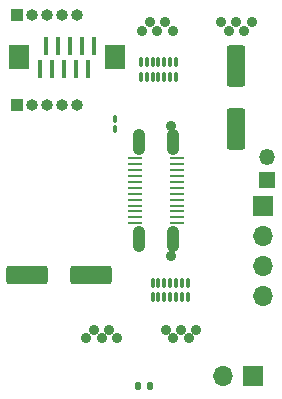
<source format=gbr>
%TF.GenerationSoftware,KiCad,Pcbnew,8.0.4*%
%TF.CreationDate,2024-08-19T21:40:42+03:00*%
%TF.ProjectId,Shield_Emergent_4,53686965-6c64-45f4-956d-657267656e74,rev?*%
%TF.SameCoordinates,Original*%
%TF.FileFunction,Soldermask,Top*%
%TF.FilePolarity,Negative*%
%FSLAX46Y46*%
G04 Gerber Fmt 4.6, Leading zero omitted, Abs format (unit mm)*
G04 Created by KiCad (PCBNEW 8.0.4) date 2024-08-19 21:40:42*
%MOMM*%
%LPD*%
G01*
G04 APERTURE LIST*
G04 Aperture macros list*
%AMRoundRect*
0 Rectangle with rounded corners*
0 $1 Rounding radius*
0 $2 $3 $4 $5 $6 $7 $8 $9 X,Y pos of 4 corners*
0 Add a 4 corners polygon primitive as box body*
4,1,4,$2,$3,$4,$5,$6,$7,$8,$9,$2,$3,0*
0 Add four circle primitives for the rounded corners*
1,1,$1+$1,$2,$3*
1,1,$1+$1,$4,$5*
1,1,$1+$1,$6,$7*
1,1,$1+$1,$8,$9*
0 Add four rect primitives between the rounded corners*
20,1,$1+$1,$2,$3,$4,$5,0*
20,1,$1+$1,$4,$5,$6,$7,0*
20,1,$1+$1,$6,$7,$8,$9,0*
20,1,$1+$1,$8,$9,$2,$3,0*%
G04 Aperture macros list end*
%ADD10R,1.000000X1.000000*%
%ADD11O,1.000000X1.000000*%
%ADD12RoundRect,0.075000X0.075000X-0.350000X0.075000X0.350000X-0.075000X0.350000X-0.075000X-0.350000X0*%
%ADD13C,0.900000*%
%ADD14R,1.300000X0.270000*%
%ADD15O,1.100000X2.220000*%
%ADD16R,1.800000X2.000000*%
%ADD17R,0.400000X1.524000*%
%ADD18RoundRect,0.075000X-0.075000X0.350000X-0.075000X-0.350000X0.075000X-0.350000X0.075000X0.350000X0*%
%ADD19R,1.700000X1.700000*%
%ADD20O,1.700000X1.700000*%
%ADD21RoundRect,0.100000X0.100000X-0.217500X0.100000X0.217500X-0.100000X0.217500X-0.100000X-0.217500X0*%
%ADD22RoundRect,0.250000X1.500000X0.550000X-1.500000X0.550000X-1.500000X-0.550000X1.500000X-0.550000X0*%
%ADD23RoundRect,0.135000X0.135000X0.185000X-0.135000X0.185000X-0.135000X-0.185000X0.135000X-0.185000X0*%
%ADD24RoundRect,0.250000X-0.550000X1.500000X-0.550000X-1.500000X0.550000X-1.500000X0.550000X1.500000X0*%
%ADD25R,1.350000X1.350000*%
%ADD26O,1.350000X1.350000*%
G04 APERTURE END LIST*
D10*
%TO.C,J4*%
X3400000Y-8600000D03*
D11*
X4670000Y-8600000D03*
X5940000Y-8600000D03*
X7210000Y-8600000D03*
X8480000Y-8600000D03*
%TD*%
D12*
%TO.C,U3*%
X13900000Y-6225000D03*
X14400000Y-6225000D03*
X14900000Y-6225000D03*
X15400000Y-6225000D03*
X15900000Y-6225000D03*
X16400000Y-6225000D03*
X16900000Y-6225000D03*
X16900000Y-4975000D03*
X16400000Y-4975000D03*
X15900000Y-4975000D03*
X15400000Y-4975000D03*
X14900000Y-4975000D03*
X14400000Y-4975000D03*
X13900000Y-4975000D03*
%TD*%
D13*
%TO.C,X1*%
X16500000Y-10400000D03*
X16500000Y-21400000D03*
D14*
X16950000Y-13150000D03*
X16950000Y-13650000D03*
X16950000Y-14150000D03*
X16950000Y-14650000D03*
X16950000Y-15150000D03*
X16950000Y-15650000D03*
X16950000Y-16150000D03*
X16950000Y-16650000D03*
X16950000Y-17150000D03*
X16950000Y-17650000D03*
X16950000Y-18150000D03*
X16950000Y-18650000D03*
X13450000Y-18650000D03*
X13450000Y-18150000D03*
X13450000Y-17650000D03*
X13450000Y-17150000D03*
X13450000Y-16650000D03*
X13450000Y-16150000D03*
X13450000Y-15650000D03*
X13450000Y-15150000D03*
X13450000Y-14650000D03*
X13450000Y-14150000D03*
X13450000Y-13650000D03*
X13450000Y-13150000D03*
D15*
X16670000Y-11800000D03*
X13730000Y-11800000D03*
X16670000Y-20000000D03*
X13730000Y-20000000D03*
%TD*%
D16*
%TO.C,J8*%
X3600000Y-4600000D03*
X11700000Y-4600000D03*
D17*
X5400000Y-5600000D03*
X5900000Y-3600000D03*
X6400000Y-5600000D03*
X6900000Y-3600000D03*
X7400000Y-5600000D03*
X7900000Y-3600000D03*
X8400000Y-5600000D03*
X8900000Y-3600000D03*
X9400000Y-5600000D03*
X9900000Y-3600000D03*
%TD*%
D18*
%TO.C,U4*%
X17900000Y-23675000D03*
X17400000Y-23675000D03*
X16900000Y-23675000D03*
X16400000Y-23675000D03*
X15900000Y-23675000D03*
X15400000Y-23675000D03*
X14900000Y-23675000D03*
X14900000Y-24925000D03*
X15400000Y-24925000D03*
X15900000Y-24925000D03*
X16400000Y-24925000D03*
X16900000Y-24925000D03*
X17400000Y-24925000D03*
X17900000Y-24925000D03*
%TD*%
D19*
%TO.C,J2*%
X24225000Y-17200000D03*
D20*
X24225000Y-19740000D03*
X24225000Y-22280000D03*
X24225000Y-24820000D03*
%TD*%
D19*
%TO.C,J6*%
X23400000Y-31600000D03*
D20*
X20860000Y-31600000D03*
%TD*%
D21*
%TO.C,R1*%
X11700000Y-10657500D03*
X11700000Y-9842500D03*
%TD*%
D22*
%TO.C,C4*%
X9700000Y-23000000D03*
X4300000Y-23000000D03*
%TD*%
D23*
%TO.C,R7*%
X14710000Y-32400000D03*
X13690000Y-32400000D03*
%TD*%
D10*
%TO.C,J7*%
X3450000Y-1000000D03*
D11*
X4720000Y-1000000D03*
X5990000Y-1000000D03*
X7260000Y-1000000D03*
X8530000Y-1000000D03*
%TD*%
D24*
%TO.C,C1*%
X22000000Y-5300000D03*
X22000000Y-10700000D03*
%TD*%
D25*
%TO.C,J5*%
X24600000Y-15000000D03*
D26*
X24600000Y-13000000D03*
%TD*%
D13*
%TO.C,J3*%
X9300000Y-28400000D03*
X9950000Y-27650000D03*
X10600000Y-28400000D03*
X11250000Y-27650000D03*
X11900000Y-28400000D03*
X16000000Y-27650000D03*
X16650000Y-28400000D03*
X17300000Y-27650000D03*
X17950000Y-28400000D03*
X18600000Y-27650000D03*
%TD*%
%TO.C,J1*%
X23300000Y-1600000D03*
X22650000Y-2350000D03*
X22000000Y-1600000D03*
X21350000Y-2350000D03*
X20700000Y-1600000D03*
X16600000Y-2350000D03*
X15950000Y-1600000D03*
X15300000Y-2350000D03*
X14650000Y-1600000D03*
X14000000Y-2350000D03*
%TD*%
M02*

</source>
